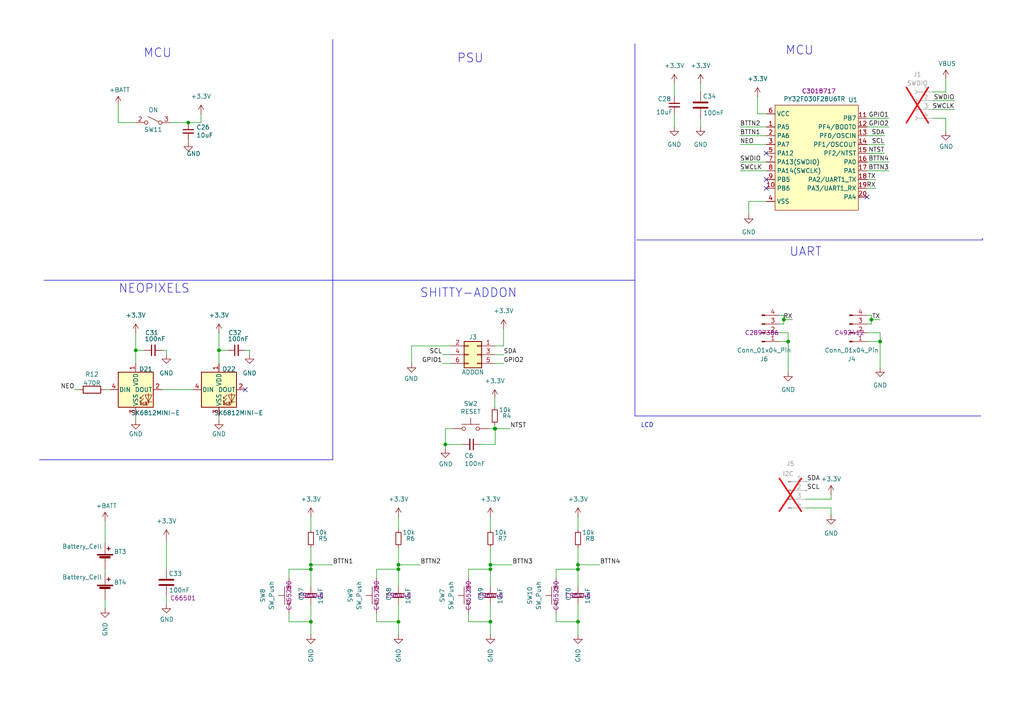
<source format=kicad_sch>
(kicad_sch (version 20250114) (generator "eeschema") (generator_version "9.0")
  (paper "A4")
  (title_block (title "Bsides cDMX 2025") (date "2025-06-02") (rev "1.0"))
  (lib_symbols
    (symbol "Battery_Cell_1" (pin_numbers (hide yes)) (pin_names (offset 0) (hide yes))
      (property "Reference" "BT4" (at 2.54 2.54 0))
      (property "Value" "Battery_Cell" (at -12.446 4.064 0))
      (symbol "Battery_Cell_1_0_1"
        (rectangle (start -2.286 1.778) (end 2.286 1.524) (fill (type outline)))
        (rectangle (start -1.5748 1.1938) (end 1.4732 0.6858) (fill (type outline)))
        (polyline (pts (xy 0 1.778) (xy 0 2.54)))
        (polyline (pts (xy 0 0.762) (xy 0 0)))
        (polyline (pts (xy 0.508 3.429) (xy 1.524 3.429)) (stroke (width 0.254)))
        (polyline (pts (xy 1.016 3.937) (xy 1.016 2.921)) (stroke (width 0.254)))
      )
      (symbol "Battery_Cell_1_1_1"
        (pin passive line (at 0 5.08 270) (length 2.54) (name "+") (number "1"))
        (pin passive line (at 0 -2.54 90) (length 2.54) (name "-") (number "2"))
      )
    )
    (symbol "Connector:Conn_01x04_Pin" (pin_names (offset 1.016) (hide yes))
      (property "Reference" "J" (at 0 5.08 0))
      (property "Value" "Conn_01x04_Pin" (at 0 -7.62 0))
      (symbol "Conn_01x04_Pin_1_1"
        (rectangle (start 0.8636 2.667) (end 0 2.413) (stroke (width 0.1524)) (fill (type outline)))
        (rectangle (start 0.8636 0.127) (end 0 -0.127) (stroke (width 0.1524)) (fill (type outline)))
        (rectangle (start 0.8636 -2.413) (end 0 -2.667) (stroke (width 0.1524)) (fill (type outline)))
        (rectangle (start 0.8636 -4.953) (end 0 -5.207) (stroke (width 0.1524)) (fill (type outline)))
        (polyline (pts (xy 1.27 2.54) (xy 0.8636 2.54)) (stroke (width 0.1524)))
        (polyline (pts (xy 1.27 0) (xy 0.8636 0)) (stroke (width 0.1524)))
        (polyline (pts (xy 1.27 -2.54) (xy 0.8636 -2.54)) (stroke (width 0.1524)))
        (polyline (pts (xy 1.27 -5.08) (xy 0.8636 -5.08)) (stroke (width 0.1524)))
        (pin passive line (at 5.08 2.54 180) (length 3.81) (name "Pin_1") (number "1"))
        (pin passive line (at 5.08 0 180) (length 3.81) (name "Pin_2") (number "2"))
        (pin passive line (at 5.08 -2.54 180) (length 3.81) (name "Pin_3") (number "3"))
        (pin passive line (at 5.08 -5.08 180) (length 3.81) (name "Pin_4") (number "4"))
      )
    )
    (symbol "Connector:Conn_01x04_Socket" (pin_names (offset 1.016) (hide yes))
      (property "Reference" "J" (at 0 5.08 0))
      (property "Value" "Conn_01x04_Socket" (at 0 -7.62 0))
      (symbol "Conn_01x04_Socket_1_1"
        (polyline (pts (xy -1.27 2.54) (xy -0.508 2.54)) (stroke (width 0.1524)))
        (polyline (pts (xy -1.27 0) (xy -0.508 0)) (stroke (width 0.1524)))
        (polyline (pts (xy -1.27 -2.54) (xy -0.508 -2.54)) (stroke (width 0.1524)))
        (polyline (pts (xy -1.27 -5.08) (xy -0.508 -5.08)) (stroke (width 0.1524)))
        (arc (start 0 2.032) (mid -0.5058 2.54) (end 0 3.048) (stroke (width 0.1524)))
        (arc (start 0 -0.508) (mid -0.5058 0) (end 0 0.508) (stroke (width 0.1524)))
        (arc (start 0 -3.048) (mid -0.5058 -2.54) (end 0 -2.032) (stroke (width 0.1524)))
        (arc (start 0 -5.588) (mid -0.5058 -5.08) (end 0 -4.572) (stroke (width 0.1524)))
        (pin passive line (at -5.08 2.54 0) (length 3.81) (name "Pin_1") (number "1"))
        (pin passive line (at -5.08 0 0) (length 3.81) (name "Pin_2") (number "2"))
        (pin passive line (at -5.08 -2.54 0) (length 3.81) (name "Pin_3") (number "3"))
        (pin passive line (at -5.08 -5.08 0) (length 3.81) (name "Pin_4") (number "4"))
      )
    )
    (symbol "Connector_Generic:Conn_02x03_Odd_Even" (pin_names (offset 1.016) (hide yes))
      (property "Reference" "J" (at 1.27 5.08 0))
      (property "Value" "Conn_02x03_Odd_Even" (at 1.27 -5.08 0))
      (symbol "Conn_02x03_Odd_Even_1_1"
        (rectangle (start -1.27 3.81) (end 3.81 -3.81) (stroke (width 0.254)) (fill (type background)))
        (rectangle (start -1.27 2.667) (end 0 2.413) (stroke (width 0.1524)))
        (rectangle (start -1.27 0.127) (end 0 -0.127) (stroke (width 0.1524)))
        (rectangle (start -1.27 -2.413) (end 0 -2.667) (stroke (width 0.1524)))
        (rectangle (start 3.81 2.667) (end 2.54 2.413) (stroke (width 0.1524)))
        (rectangle (start 3.81 0.127) (end 2.54 -0.127) (stroke (width 0.1524)))
        (rectangle (start 3.81 -2.413) (end 2.54 -2.667) (stroke (width 0.1524)))
        (pin passive line (at -5.08 2.54 0) (length 3.81) (name "Pin_1") (number "1"))
        (pin passive line (at -5.08 0 0) (length 3.81) (name "Pin_3") (number "3"))
        (pin passive line (at -5.08 -2.54 0) (length 3.81) (name "Pin_5") (number "5"))
        (pin passive line (at 7.62 2.54 180) (length 3.81) (name "Pin_2") (number "2"))
        (pin passive line (at 7.62 0 180) (length 3.81) (name "Pin_4") (number "4"))
        (pin passive line (at 7.62 -2.54 180) (length 3.81) (name "Pin_6") (number "6"))
      )
    )
    (symbol "Device:Battery_Cell" (pin_numbers (hide yes)) (pin_names (offset 0) (hide yes))
      (property "Reference" "BT3" (at 2.54 2.54 0))
      (property "Value" "Battery_Cell" (at -12.446 4.064 0))
      (symbol "Battery_Cell_0_1"
        (rectangle (start -2.286 1.778) (end 2.286 1.524) (fill (type outline)))
        (rectangle (start -1.5748 1.1938) (end 1.4732 0.6858) (fill (type outline)))
        (polyline (pts (xy 0 1.778) (xy 0 2.54)))
        (polyline (pts (xy 0 0.762) (xy 0 0)))
        (polyline (pts (xy 0.508 3.429) (xy 1.524 3.429)) (stroke (width 0.254)))
        (polyline (pts (xy 1.016 3.937) (xy 1.016 2.921)) (stroke (width 0.254)))
      )
      (symbol "Battery_Cell_1_1"
        (pin passive line (at 0 5.08 270) (length 2.54) (name "+") (number "1"))
        (pin passive line (at 0 -2.54 90) (length 2.54) (name "-") (number "2"))
      )
    )
    (symbol "Device:C" (pin_numbers (hide yes)) (pin_names (offset 0.254))
      (property "Reference" "C" (at 0.635 2.54 0))
      (property "Value" "C" (at 0.635 -2.54 0))
      (symbol "C_0_1"
        (polyline (pts (xy -2.032 0.762) (xy 2.032 0.762)) (stroke (width 0.508)))
        (polyline (pts (xy -2.032 -0.762) (xy 2.032 -0.762)) (stroke (width 0.508)))
      )
      (symbol "C_1_1"
        (pin passive line (at 0 3.81 270) (length 2.794) (name "~") (number "1"))
        (pin passive line (at 0 -3.81 90) (length 2.794) (name "~") (number "2"))
      )
    )
    (symbol "Device:C_Small" (pin_numbers (hide yes)) (pin_names (offset 0.254) (hide yes))
      (property "Reference" "C" (at 0.254 1.778 0))
      (property "Value" "C_Small" (at 0.254 -2.032 0))
      (symbol "C_Small_0_1"
        (polyline (pts (xy -1.524 0.508) (xy 1.524 0.508)) (stroke (width 0.3048)))
        (polyline (pts (xy -1.524 -0.508) (xy 1.524 -0.508)) (stroke (width 0.3302)))
      )
      (symbol "C_Small_1_1"
        (pin passive line (at 0 2.54 270) (length 2.032) (name "~") (number "1"))
        (pin passive line (at 0 -2.54 90) (length 2.032) (name "~") (number "2"))
      )
    )
    (symbol "Device:R" (pin_numbers (hide yes)) (pin_names (offset 0))
      (property "Reference" "R" (at 2.032 0 90))
      (property "Value" "R" (at 0 0 90))
      (symbol "R_0_1"
        (rectangle (start -1.016 -2.54) (end 1.016 2.54) (stroke (width 0.254)))
      )
      (symbol "R_1_1"
        (pin passive line (at 0 3.81 270) (length 1.27) (name "~") (number "1"))
        (pin passive line (at 0 -3.81 90) (length 1.27) (name "~") (number "2"))
      )
    )
    (symbol "Device:R_Small" (pin_numbers (hide yes)) (pin_names (offset 0.254) (hide yes))
      (property "Reference" "R" (at 0.762 0.508 0))
      (property "Value" "R_Small" (at 0.762 -1.016 0))
      (symbol "R_Small_0_1"
        (rectangle (start -0.762 1.778) (end 0.762 -1.778) (stroke (width 0.2032)))
      )
      (symbol "R_Small_1_1"
        (pin passive line (at 0 2.54 270) (length 0.762) (name "~") (number "1"))
        (pin passive line (at 0 -2.54 90) (length 0.762) (name "~") (number "2"))
      )
    )
    (symbol "GND_11" (power) (pin_names (offset 0))
      (property "Value" "GND_11" (at 0 -3.81 0))
      (symbol "GND_11_0_1"
        (polyline (pts (xy 0 0) (xy 0 -1.27) (xy 1.27 -1.27) (xy 0 -2.54) (xy -1.27 -1.27) (xy 0 -1.27)))
      )
      (symbol "GND_11_1_1"
        (pin power_in line (at 0 0 270) (length 0) (hide yes) (name "GND") (number "1"))
      )
    )
    (symbol "GND_16" (power) (pin_names (offset 0))
      (property "Value" "GND_16" (at 0 -3.81 0))
      (symbol "GND_16_0_1"
        (polyline (pts (xy 0 0) (xy 0 -1.27) (xy 1.27 -1.27) (xy 0 -2.54) (xy -1.27 -1.27) (xy 0 -1.27)))
      )
      (symbol "GND_16_1_1"
        (pin power_in line (at 0 0 270) (length 0) (hide yes) (name "GND") (number "1"))
      )
    )
    (symbol "LED:WS2812B" (pin_names (offset 0.254))
      (property "Reference" "D" (at 5.08 5.715 0))
      (property "Value" "WS2812B" (at 1.27 -5.715 0))
      (symbol "WS2812B_0_0"
        (text "RGB" (at 2.286 -4.191 0) (effects (font (size 0.762 0.762))))
      )
      (symbol "WS2812B_0_1"
        (polyline (pts (xy 1.27 -2.54) (xy 1.778 -2.54)))
        (polyline (pts (xy 1.27 -3.556) (xy 1.778 -3.556)))
        (polyline (pts (xy 2.286 -1.524) (xy 1.27 -2.54) (xy 1.27 -2.032)))
        (polyline (pts (xy 2.286 -2.54) (xy 1.27 -3.556) (xy 1.27 -3.048)))
        (polyline (pts (xy 3.683 -1.016) (xy 3.683 -3.556) (xy 3.683 -4.064)))
        (polyline (pts (xy 4.699 -1.524) (xy 2.667 -1.524) (xy 3.683 -3.556) (xy 4.699 -1.524)))
        (polyline (pts (xy 4.699 -3.556) (xy 2.667 -3.556)))
        (rectangle (start 5.08 5.08) (end -5.08 -5.08) (stroke (width 0.254)) (fill (type background)))
      )
      (symbol "WS2812B_1_1"
        (pin input line (at -7.62 0 0) (length 2.54) (name "DIN") (number "4"))
        (pin power_in line (at 0 7.62 270) (length 2.54) (name "VDD") (number "1"))
        (pin power_in line (at 0 -7.62 90) (length 2.54) (name "VSS") (number "3"))
        (pin output line (at 7.62 0 180) (length 2.54) (name "DOUT") (number "2"))
      )
    )
    (symbol "Switch:SW_Push" (pin_numbers (hide yes)) (pin_names (offset 1.016) (hide yes))
      (property "Reference" "SW" (at 1.27 2.54 0))
      (property "Value" "SW_Push" (at 0 -1.524 0))
      (symbol "SW_Push_0_1"
        (circle (center -2.032 0) (radius 0.508))
        (polyline (pts (xy 0 1.27) (xy 0 3.048)))
        (circle (center 2.032 0) (radius 0.508))
        (polyline (pts (xy 2.54 1.27) (xy -2.54 1.27)))
        (pin passive line (at -5.08 0 0) (length 2.54) (name "1") (number "1"))
        (pin passive line (at 5.08 0 180) (length 2.54) (name "2") (number "2"))
      )
    )
    (symbol "Switch:SW_SPST" (pin_names (offset 0) (hide yes))
      (property "Reference" "SW1" (at 0 -2.032 0))
      (property "Value" "ON" (at 0 3.6576 0))
      (symbol "SW_SPST_0_0"
        (circle (center -2.032 0) (radius 0.508))
        (polyline (pts (xy -1.524 0.254) (xy 1.524 1.778)))
        (circle (center 2.032 0) (radius 0.508))
      )
      (symbol "SW_SPST_1_1"
        (pin passive line (at -5.08 0 0) (length 2.54) (name "A") (number "3"))
        (pin passive line (at 5.08 0 180) (length 2.54) (name "B") (number "2"))
      )
    )
    (symbol "Symbols:PY32F030F2xU"
      (property "Reference" "U1" (at 9.906 16.764 0))
      (property "Value" "PY32F030F28U6TR" (at -1.27 17.018 0))
      (property "LCSC#" "C3018717" (at 0 19.304 0))
      (symbol "PY32F030F2xU_1_1"
        (rectangle (start -12.7 15.24) (end 11.43 -15.24) (fill (type background)))
        (pin bidirectional line (at -15.24 12.7 0) (length 2.54) (name "VCC") (number "6"))
        (pin bidirectional line (at -15.24 8.89 0) (length 2.54) (name "PA5") (number "1"))
        (pin bidirectional line (at -15.24 6.35 0) (length 2.54) (name "PA6") (number "2"))
        (pin bidirectional line (at -15.24 3.81 0) (length 2.54) (name "PA7") (number "3"))
        (pin bidirectional line (at -15.24 1.27 0) (length 2.54) (name "PA12") (number "5"))
        (pin bidirectional line (at -15.24 -1.27 0) (length 2.54) (name "PA13(SWDIO)") (number "7"))
        (pin bidirectional line (at -15.24 -3.81 0) (length 2.54) (name "PA14(SWCLK)") (number "8"))
        (pin bidirectional line (at -15.24 -6.35 0) (length 2.54) (name "PB5") (number "9"))
        (pin bidirectional line (at -15.24 -8.89 0) (length 2.54) (name "PB6") (number "10"))
        (pin bidirectional line (at -15.24 -12.7 0) (length 2.54) (hide yes) (name "VSS") (number "21"))
        (pin bidirectional line (at -15.24 -12.7 0) (length 2.54) (name "VSS") (number "4"))
        (pin bidirectional line (at 13.97 11.43 180) (length 2.54) (name "PB7") (number "11"))
        (pin bidirectional line (at 13.97 8.89 180) (length 2.54) (name "PF4/BOOT0") (number "12"))
        (pin bidirectional line (at 13.97 6.35 180) (length 2.54) (name "PF0/OSCIN") (number "13"))
        (pin bidirectional line (at 13.97 3.81 180) (length 2.54) (name "PF1/OSCOUT") (number "14"))
        (pin bidirectional line (at 13.97 1.27 180) (length 2.54) (name "PF2/NTST") (number "15"))
        (pin bidirectional line (at 13.97 -1.27 180) (length 2.54) (name "PA0") (number "16"))
        (pin bidirectional line (at 13.97 -3.81 180) (length 2.54) (name "PA1") (number "17"))
        (pin bidirectional line (at 13.97 -6.35 180) (length 2.54) (name "PA2/UART1_TX") (number "18"))
        (pin bidirectional line (at 13.97 -8.89 180) (length 2.54) (name "PA3/UART1_RX") (number "19"))
        (pin bidirectional line (at 13.97 -11.43 180) (length 2.54) (name "PA4") (number "20"))
      )
    )
    (symbol "power:+3.3V" (power) (pin_numbers (hide yes)) (pin_names (offset 0) (hide yes))
      (property "Value" "+3.3V" (at 0 3.556 0))
      (symbol "+3.3V_0_1"
        (polyline (pts (xy -0.762 1.27) (xy 0 2.54)))
        (polyline (pts (xy 0 2.54) (xy 0.762 1.27)))
        (polyline (pts (xy 0 0) (xy 0 2.54)))
      )
      (symbol "+3.3V_1_1"
        (pin power_in line (at 0 0 90) (length 0) (name "~") (number "1"))
      )
    )
    (symbol "power:+BATT" (power) (pin_names (offset 0))
      (property "Value" "+BATT" (at 0 3.556 0))
      (symbol "+BATT_0_1"
        (polyline (pts (xy -0.762 1.27) (xy 0 2.54)))
        (polyline (pts (xy 0 2.54) (xy 0.762 1.27)))
        (polyline (pts (xy 0 0) (xy 0 2.54)))
      )
      (symbol "+BATT_1_1"
        (pin power_in line (at 0 0 90) (length 0) (hide yes) (name "+BATT") (number "1"))
      )
    )
    (symbol "power:GND" (power) (pin_numbers (hide yes)) (pin_names (offset 0) (hide yes))
      (property "Value" "GND" (at 0 -3.81 0))
      (symbol "GND_0_1"
        (polyline (pts (xy 0 0) (xy 0 -1.27) (xy 1.27 -1.27) (xy 0 -2.54) (xy -1.27 -1.27) (xy 0 -1.27)))
      )
      (symbol "GND_1_1"
        (pin power_in line (at 0 0 270) (length 0) (name "~") (number "1"))
      )
    )
    (symbol "power:VBUS" (power) (pin_names (offset 0))
      (property "Value" "VBUS" (at 0 3.81 0))
      (symbol "VBUS_0_1"
        (polyline (pts (xy -0.762 1.27) (xy 0 2.54)))
        (polyline (pts (xy 0 2.54) (xy 0.762 1.27)))
        (polyline (pts (xy 0 0) (xy 0 2.54)))
      )
      (symbol "VBUS_1_1"
        (pin power_in line (at 0 0 90) (length 0) (hide yes) (name "VBUS") (number "1"))
      )
    )
  )
  (text "LCD\n" (at 187.706 123.444 0) (effects (font (size 1.27 1.27))))
  (text "SHITTY-ADDON" (at 135.89 85.09 0) (effects (font (size 2.54 2.54))))
  (text "MCU" (at 45.72 15.494 0) (effects (font (size 2.54 2.54))))
  (text "UART\n" (at 233.68 73.152 0) (effects (font (size 2.54 2.54))))
  (text "PSU\n" (at 136.398 17.018 0) (effects (font (size 2.54 2.54))))
  (text "NEOPIXELS\n" (at 44.704 83.82 0) (effects (font (size 2.54 2.54))))
  (text "MCU" (at 231.902 14.732 0) (effects (font (size 2.54 2.54))))
  (junction (at 252.73 92.71))
  (junction (at 143.51 124.333))
  (junction (at 142.24 180.34))
  (junction (at 90.17 180.34))
  (junction (at 142.24 163.83))
  (junction (at 167.64 163.83))
  (junction (at 90.17 163.83))
  (junction (at 167.64 165.1))
  (junction (at 228.6 99.06))
  (junction (at 115.57 163.83))
  (junction (at 142.24 165.1))
  (junction (at 167.64 180.34))
  (junction (at 255.27 99.06))
  (junction (at 115.57 165.1))
  (junction (at 115.57 180.34))
  (junction (at 54.61 35.56))
  (junction (at 143.6374 124.333))
  (junction (at 90.17 165.1))
  (junction (at 63.5 101.6))
  (junction (at 129.159 128.905))
  (junction (at 39.37 101.6))
  (junction (at 227.33 92.71))
  (no_connect (at 222.25 44.45))
  (no_connect (at 71.12 113.03))
  (no_connect (at 251.46 57.15))
  (no_connect (at 222.25 54.61))
  (no_connect (at 222.25 52.07))
  (wire (pts (xy 274.32 22.86) (xy 274.32 26.67)))
  (wire (pts (xy 252.73 92.71) (xy 252.73 91.44)))
  (wire (pts (xy 251.46 52.07) (xy 254 52.07)))
  (wire (pts (xy 90.17 149.86) (xy 90.17 153.67)))
  (wire (pts (xy 161.29 165.1) (xy 167.64 165.1)))
  (wire (pts (xy 135.89 165.1) (xy 142.24 165.1)))
  (wire (pts (xy 139.319 128.905) (xy 143.6374 128.905)))
  (wire (pts (xy 251.46 46.99) (xy 257.81 46.99)))
  (wire (pts (xy 233.68 139.7) (xy 234.061 139.7)))
  (wire (pts (xy 128.27 102.87) (xy 130.81 102.87)))
  (polyline (pts (xy 184.15 12.7) (xy 184.15 81.28)))
  (wire (pts (xy 226.06 91.44) (xy 227.33 91.44)))
  (wire (pts (xy 167.64 165.1) (xy 167.64 170.18)))
  (wire (pts (xy 135.89 177.8) (xy 135.89 180.34)))
  (wire (pts (xy 46.99 101.6) (xy 48.26 101.6)))
  (wire (pts (xy 214.63 41.91) (xy 222.25 41.91)))
  (wire (pts (xy 214.63 49.53) (xy 222.25 49.53)))
  (wire (pts (xy 252.73 91.44) (xy 251.46 91.44)))
  (wire (pts (xy 131.445 124.333) (xy 129.159 124.333)))
  (wire (pts (xy 90.17 163.83) (xy 96.52 163.83)))
  (wire (pts (xy 63.5 96.52) (xy 63.5 101.6)))
  (wire (pts (xy 227.33 93.98) (xy 227.33 92.71)))
  (wire (pts (xy 255.27 99.06) (xy 255.27 106.68)))
  (wire (pts (xy 167.64 163.83) (xy 173.99 163.83)))
  (wire (pts (xy 39.37 101.6) (xy 41.91 101.6)))
  (wire (pts (xy 115.57 163.83) (xy 115.57 165.1)))
  (wire (pts (xy 161.29 177.8) (xy 161.29 180.34)))
  (wire (pts (xy 226.06 93.98) (xy 227.33 93.98)))
  (wire (pts (xy 115.57 165.1) (xy 115.57 170.18)))
  (polyline (pts (xy 95.25 81.28) (xy 184.15 81.28)))
  (wire (pts (xy 241.046 147.32) (xy 233.68 147.32)))
  (wire (pts (xy 48.26 156.21) (xy 48.26 165.1)))
  (wire (pts (xy 109.22 180.34) (xy 115.57 180.34)))
  (wire (pts (xy 48.26 101.6) (xy 48.26 102.87)))
  (wire (pts (xy 255.27 96.52) (xy 255.27 99.06)))
  (wire (pts (xy 119.38 100.33) (xy 130.81 100.33)))
  (wire (pts (xy 54.61 35.56) (xy 58.293 35.56)))
  (wire (pts (xy 203.2 24.13) (xy 203.2 26.67)))
  (wire (pts (xy 128.27 105.41) (xy 130.81 105.41)))
  (polyline (pts (xy 12.7 81.28) (xy 96.52 81.28)))
  (wire (pts (xy 115.57 158.75) (xy 115.57 163.83)))
  (wire (pts (xy 58.293 33.02) (xy 58.293 35.56)))
  (wire (pts (xy 90.17 180.34) (xy 90.17 184.15)))
  (polyline (pts (xy 184.658 69.596) (xy 284.988 69.596)))
  (wire (pts (xy 251.46 99.06) (xy 255.27 99.06)))
  (wire (pts (xy 251.46 44.45) (xy 256.54 44.45)))
  (wire (pts (xy 30.48 151.13) (xy 30.48 157.48)))
  (polyline (pts (xy 96.52 133.35) (xy 96.52 81.28)))
  (wire (pts (xy 161.29 180.34) (xy 167.64 180.34)))
  (wire (pts (xy 251.46 36.83) (xy 257.81 36.83)))
  (wire (pts (xy 115.57 175.26) (xy 115.57 180.34)))
  (wire (pts (xy 142.24 163.83) (xy 142.24 165.1)))
  (wire (pts (xy 39.37 96.52) (xy 39.37 101.6)))
  (wire (pts (xy 71.12 101.6) (xy 72.39 101.6)))
  (wire (pts (xy 49.53 35.56) (xy 54.61 35.56)))
  (wire (pts (xy 270.51 31.75) (xy 276.86 31.75)))
  (wire (pts (xy 228.6 96.52) (xy 228.6 99.06)))
  (wire (pts (xy 222.25 33.02) (xy 219.71 33.02)))
  (wire (pts (xy 83.82 180.34) (xy 90.17 180.34)))
  (wire (pts (xy 129.159 124.333) (xy 129.159 128.905)))
  (wire (pts (xy 241.046 144.78) (xy 233.68 144.78)))
  (wire (pts (xy 274.32 26.67) (xy 270.51 26.67)))
  (wire (pts (xy 83.82 165.1) (xy 90.17 165.1)))
  (wire (pts (xy 251.46 39.37) (xy 256.54 39.37)))
  (wire (pts (xy 142.24 163.83) (xy 148.59 163.83)))
  (wire (pts (xy 46.99 113.03) (xy 55.88 113.03)))
  (wire (pts (xy 83.82 177.8) (xy 83.82 180.34)))
  (wire (pts (xy 228.6 96.52) (xy 226.06 96.52)))
  (wire (pts (xy 72.39 101.6) (xy 72.39 102.87)))
  (wire (pts (xy 30.48 166.37) (xy 30.48 165.1)))
  (wire (pts (xy 143.51 100.33) (xy 146.05 100.33)))
  (wire (pts (xy 39.37 121.92) (xy 39.37 120.65)))
  (wire (pts (xy 146.05 102.87) (xy 143.51 102.87)))
  (polyline (pts (xy 284.988 69.088) (xy 284.988 69.596)))
  (wire (pts (xy 90.17 165.1) (xy 90.17 170.18)))
  (wire (pts (xy 129.159 128.905) (xy 129.159 130.175)))
  (wire (pts (xy 195.58 24.13) (xy 195.58 27.94)))
  (wire (pts (xy 63.5 101.6) (xy 63.5 105.41)))
  (wire (pts (xy 143.51 123.19) (xy 143.51 124.333)))
  (wire (pts (xy 274.32 34.29) (xy 270.51 34.29)))
  (wire (pts (xy 143.51 115.57) (xy 143.51 118.11)))
  (wire (pts (xy 167.64 163.83) (xy 167.64 165.1)))
  (wire (pts (xy 54.61 40.64) (xy 54.61 41.275)))
  (wire (pts (xy 90.17 175.26) (xy 90.17 180.34)))
  (wire (pts (xy 109.22 177.8) (xy 109.22 180.34)))
  (polyline (pts (xy 184.15 81.28) (xy 184.15 120.65)))
  (wire (pts (xy 109.22 165.1) (xy 109.22 167.64)))
  (wire (pts (xy 252.73 92.71) (xy 252.73 93.98)))
  (wire (pts (xy 228.6 99.06) (xy 228.6 107.95)))
  (wire (pts (xy 227.33 91.44) (xy 227.33 92.71)))
  (wire (pts (xy 146.05 100.33) (xy 146.05 95.25)))
  (wire (pts (xy 251.46 41.91) (xy 256.54 41.91)))
  (wire (pts (xy 129.159 128.905) (xy 134.239 128.905)))
  (wire (pts (xy 143.51 105.41) (xy 146.05 105.41)))
  (wire (pts (xy 219.71 33.02) (xy 219.71 27.94)))
  (wire (pts (xy 142.24 180.34) (xy 142.24 184.15)))
  (wire (pts (xy 30.48 113.03) (xy 31.75 113.03)))
  (wire (pts (xy 30.48 173.99) (xy 30.48 176.53)))
  (wire (pts (xy 142.24 165.1) (xy 142.24 170.18)))
  (wire (pts (xy 39.37 101.6) (xy 39.37 105.41)))
  (wire (pts (xy 48.26 172.72) (xy 48.26 175.26)))
  (wire (pts (xy 251.46 49.53) (xy 257.81 49.53)))
  (wire (pts (xy 21.59 113.03) (xy 22.86 113.03)))
  (wire (pts (xy 167.64 149.86) (xy 167.64 153.67)))
  (wire (pts (xy 270.51 29.21) (xy 276.86 29.21)))
  (wire (pts (xy 227.33 92.71) (xy 229.87 92.71)))
  (wire (pts (xy 143.6374 124.333) (xy 147.955 124.333)))
  (wire (pts (xy 274.32 38.1) (xy 274.32 34.29)))
  (wire (pts (xy 142.24 149.86) (xy 142.24 153.67)))
  (wire (pts (xy 195.58 33.02) (xy 195.58 36.83)))
  (polyline (pts (xy 184.15 120.65) (xy 284.48 120.65)))
  (wire (pts (xy 115.57 149.86) (xy 115.57 153.67)))
  (wire (pts (xy 143.6374 128.905) (xy 143.6374 124.333)))
  (wire (pts (xy 241.046 143.383) (xy 241.046 144.78)))
  (wire (pts (xy 217.17 62.23) (xy 217.17 58.42)))
  (wire (pts (xy 83.82 165.1) (xy 83.82 167.64)))
  (wire (pts (xy 115.57 163.83) (xy 121.92 163.83)))
  (wire (pts (xy 142.24 175.26) (xy 142.24 180.34)))
  (wire (pts (xy 115.57 180.34) (xy 115.57 184.15)))
  (wire (pts (xy 143.51 124.333) (xy 143.6374 124.333)))
  (wire (pts (xy 119.38 100.33) (xy 119.38 105.41)))
  (polyline (pts (xy 96.52 11.43) (xy 96.52 81.28)))
  (wire (pts (xy 214.63 36.83) (xy 222.25 36.83)))
  (polyline (pts (xy 11.43 133.35) (xy 96.52 133.35)))
  (wire (pts (xy 142.24 158.75) (xy 142.24 163.83)))
  (wire (pts (xy 90.17 158.75) (xy 90.17 163.83)))
  (wire (pts (xy 34.29 35.56) (xy 39.37 35.56)))
  (wire (pts (xy 255.27 92.71) (xy 252.73 92.71)))
  (wire (pts (xy 141.605 124.333) (xy 143.51 124.333)))
  (wire (pts (xy 161.29 165.1) (xy 161.29 167.64)))
  (wire (pts (xy 63.5 121.92) (xy 63.5 120.65)))
  (wire (pts (xy 90.17 163.83) (xy 90.17 165.1)))
  (wire (pts (xy 34.29 30.48) (xy 34.29 35.56)))
  (wire (pts (xy 255.27 96.52) (xy 251.46 96.52)))
  (wire (pts (xy 167.64 158.75) (xy 167.64 163.83)))
  (wire (pts (xy 203.2 34.29) (xy 203.2 36.83)))
  (wire (pts (xy 214.63 39.37) (xy 222.25 39.37)))
  (wire (pts (xy 217.17 58.42) (xy 222.25 58.42)))
  (wire (pts (xy 109.22 165.1) (xy 115.57 165.1)))
  (wire (pts (xy 226.06 99.06) (xy 228.6 99.06)))
  (wire (pts (xy 135.89 180.34) (xy 142.24 180.34)))
  (wire (pts (xy 167.64 180.34) (xy 167.64 184.15)))
  (wire (pts (xy 251.46 93.98) (xy 252.73 93.98)))
  (wire (pts (xy 251.46 34.29) (xy 257.81 34.29)))
  (wire (pts (xy 63.5 101.6) (xy 66.04 101.6)))
  (wire (pts (xy 167.64 175.26) (xy 167.64 180.34)))
  (wire (pts (xy 251.46 54.61) (xy 254 54.61)))
  (wire (pts (xy 135.89 165.1) (xy 135.89 167.64)))
  (wire (pts (xy 241.046 149.479) (xy 241.046 147.32)))
  (wire (pts (xy 214.63 46.99) (xy 222.25 46.99)))
  (wire (pts (xy 233.68 142.24) (xy 234.061 142.24)))
  (label "SWDIO" (at 214.63 46.99 0))
  (label "NEO" (at 21.59 113.03 180))
  (label "BTTN1" (at 96.52 163.83 0))
  (label "SWCLK" (at 214.63 49.53 0))
  (label "GPIO1" (at 257.81 34.29 180))
  (label "GPIO1" (at 128.27 105.41 180))
  (label "SDA" (at 234.061 139.7 0))
  (label "NEO" (at 214.63 41.91 0))
  (label "GPIO2" (at 257.81 36.83 180))
  (label "SDA" (at 256.54 39.37 180))
  (label "GPIO2" (at 146.05 105.41 0))
  (label "TX" (at 255.27 92.71 180))
  (label "BTTN4" (at 173.99 163.83 0))
  (label "NTST" (at 256.54 44.45 180))
  (label "SWDIO" (at 276.86 29.21 180))
  (label "SDA" (at 146.05 102.87 0))
  (label "BTTN1" (at 214.63 39.37 0))
  (label "BTTN2" (at 214.63 36.83 0))
  (label "BTTN4" (at 257.81 46.99 180))
  (label "TX" (at 254 52.07 180))
  (label "BTTN3" (at 257.81 49.53 180))
  (label "BTTN3" (at 148.59 163.83 0))
  (label "BTTN2" (at 121.92 163.83 0))
  (label "NTST" (at 147.955 124.333 0))
  (label "SCL" (at 128.27 102.87 180))
  (label "SWCLK" (at 276.86 31.75 180))
  (label "SCL" (at 256.54 41.91 180))
  (label "RX" (at 229.87 92.71 180))
  (label "RX" (at 254 54.61 180))
  (label "SCL" (at 234.061 142.24 0))
  (symbol (lib_id "power:+3.3V") (at 90.17 149.86 0) (unit 1)
    (property "Reference" "#PWR023" (effects (hide yes)))
    (property "Value" "+3.3V" (at 90.17 144.78 0))
    (property "Description" "Power symbol creates a global label with name \"+3.3V\"" (effects (hide yes)))
  )
  (symbol (lib_id "Symbols:PY32F030F2xU") (at 237.49 45.72 0) (unit 1)
    (property "Reference" "U1" (at 247.396 28.956 0))
    (property "Value" "PY32F030F28U6TR" (at 236.22 28.702 0))
    (property "Footprint" "Package_DFN_QFN:QFN-20-1EP_3x3mm_P0.4mm_EP1.65x1.65mm_ThermalVias" (effects (hide yes)))
    (property "LCSC#" "C3018717" (at 237.49 26.416 0))
  )
  (symbol (lib_id "Switch:SW_SPST") (at 44.45 35.56 0) (mirror y) (unit 1)
    (property "Reference" "SW11" (at 44.45 37.592 0))
    (property "Value" "ON" (at 44.45 31.9024 0))
    (property "Footprint" "Footprints:JS102011SAQN" (effects (hide yes)))
    (property "LCSC#" "C221660" (effects (hide yes)))
  )
  (symbol (lib_id "Connector:Conn_01x04_Pin") (at 246.38 96.52 0) (mirror x) (unit 1)
    (property "Reference" "J4" (at 247.015 104.14 0))
    (property "Value" "Conn_01x04_Pin" (at 247.015 101.6 0))
    (property "Footprint" "Connector_PinHeader_2.54mm:PinHeader_1x04_P2.54mm_Horizontal" (effects (hide yes)))
    (property "Description" "Generic connector, single row, 01x04, script generated" (effects (hide yes)))
    (property "LCSC#" "C492412" (at 246.38 96.52 0))
  )
  (symbol (lib_id "power:GND") (at 142.24 184.15 0) (unit 1)
    (property "Reference" "#PWR015" (effects (hide yes)))
    (property "Value" "GND" (at 142.24 188.087 90) (effects (justify right)))
  )
  (symbol (lib_id "Device:C_Small") (at 68.58 101.6 90) (unit 1)
    (property "Reference" "C32" (at 70.104 96.52 90) (effects (justify left)))
    (property "Value" "100nF" (at 72.136 98.298 90) (effects (justify left)))
    (property "Footprint" "Capacitor_SMD:C_0603_1608Metric" (effects (hide yes)))
    (property "Datasheet" "~https://datasheet.lcsc.com/lcsc/1811021421_Samsung-Electro-Mechanics-CL10A106MP8NNNC_C85713.pdf" (effects (hide yes)))
    (property "provedor" "LCSC" (effects (hide yes)))
    (property "LCSC#" "C66501" (effects (hide yes)))
  )
  (symbol (lib_name "GND_11") (lib_id "power:GND") (at 39.37 121.92 0) (unit 1)
    (property "Reference" "#PWR056" (effects (hide yes)))
    (property "Value" "GND" (at 39.37 125.857 0))
  )
  (symbol (lib_id "Device:C_Small") (at 195.58 30.48 0) (unit 1)
    (property "Reference" "C28" (at 190.754 28.702 0) (effects (justify left)))
    (property "Value" "10uF" (at 190.246 32.512 0) (effects (justify left)))
    (property "Footprint" "Capacitor_SMD:C_0603_1608Metric" (effects (hide yes)))
    (property "LCSC#" "C96446" (effects (hide yes)))
  )
  (symbol (lib_id "power:GND") (at 203.2 36.83 0) (unit 1)
    (property "Reference" "#PWR05" (effects (hide yes)))
    (property "Value" "GND" (at 203.2 41.91 0))
    (property "Description" "Power symbol creates a global label with name \"GND\" , ground" (effects (hide yes)))
  )
  (symbol (lib_id "power:GND") (at 274.32 38.1 0) (unit 1)
    (property "Reference" "#PWR053" (effects (hide yes)))
    (property "Value" "GND" (at 274.447 42.4942 0))
  )
  (symbol (lib_id "power:GND") (at 90.17 184.15 0) (unit 1)
    (property "Reference" "#PWR013" (effects (hide yes)))
    (property "Value" "GND" (at 90.17 188.087 90) (effects (justify right)))
  )
  (symbol (lib_id "power:+3.3V") (at 219.71 27.94 0) (unit 1)
    (property "Reference" "#PWR01" (effects (hide yes)))
    (property "Value" "+3.3V" (at 219.71 22.86 0))
    (property "Description" "Power symbol creates a global label with name \"+3.3V\"" (effects (hide yes)))
  )
  (symbol (lib_id "Connector_Generic:Conn_02x03_Odd_Even") (at 138.43 102.87 0) (mirror y) (unit 1)
    (property "Reference" "J3" (at 137.16 97.79 0))
    (property "Value" "ADDON" (at 137.16 107.95 0))
    (property "Footprint" "Connector_PinSocket_2.54mm:PinSocket_2x03_P2.54mm_Vertical_SMD" (effects (hide yes)))
    (property "LCSC#" "C3975148" (effects (hide yes)))
    (property "provedor" "JLCPCB" (effects (hide yes)))
  )
  (symbol (lib_id "Connector:Conn_01x04_Pin") (at 228.6 142.24 0) (unit 1) (dnp yes)
    (property "Reference" "J5" (at 229.235 134.493 0))
    (property "Value" "I2C" (at 228.6 137.414 0))
    (property "Footprint" "Connector_PinSocket_2.54mm:PinSocket_1x04_P2.54mm_Vertical" (effects (hide yes)))
    (property "manf#" "Display OLED 128×32 0.91 I2C SSD1306 Blanco / Azul" (effects (hide yes)))
    (property "Proveedor" "Unit Electronics" (effects (hide yes)))
  )
  (symbol (lib_id "power:+3.3V") (at 39.37 96.52 0) (unit 1)
    (property "Reference" "#PWR036" (effects (hide yes)))
    (property "Value" "+3.3V" (at 39.37 91.44 0))
    (property "Description" "Power symbol creates a global label with name \"+3.3V\"" (effects (hide yes)))
  )
  (symbol (lib_id "Device:R_Small") (at 167.64 156.21 180) (unit 1)
    (property "Reference" "R8" (at 172.466 156.21 0) (effects (justify left)))
    (property "Value" "10k" (at 172.466 154.432 0) (effects (justify left)))
    (property "Footprint" "Resistor_SMD:R_0603_1608Metric" (effects (hide yes)))
    (property "Datasheet" "https://datasheet.lcsc.com/lcsc/1811081617_YAGEO-RC0603JR-0710KL_C99198.pdf" (effects (hide yes)))
    (property "LCSC#" "C99198" (effects (hide yes)))
    (property "provedor" "JLCPCB" (effects (hide yes)))
  )
  (symbol (lib_id "LED:WS2812B") (at 39.37 113.03 0) (unit 1)
    (property "Reference" "D21" (at 42.291 107.061 0))
    (property "Value" "SK6812MINI-E" (at 45.085 119.761 0))
    (property "Footprint" "Footprints:LED_SK6812-E" (effects (hide yes)))
    (property "LCSC#" "C5149201" (effects (hide yes)))
    (property "Proveedor" "LCSC" (effects (hide yes)))
    (property "manf#" "WS2812B-Mini" (effects (hide yes)))
    (property "provedor" "LCSC" (effects (hide yes)))
  )
  (symbol (lib_id "Switch:SW_Push") (at 161.29 172.72 90) (unit 1)
    (property "Reference" "SW10" (at 153.67 172.72 0))
    (property "Value" "SW_Push" (at 156.21 172.72 0))
    (property "Footprint" "Footprints:TS1088R02026" (effects (hide yes)))
    (property "Description" "Push button switch, generic, two pins" (effects (hide yes)))
    (property "LCSC#" "C455280" (at 161.29 172.72 0))
  )
  (symbol (lib_id "power:+3.3V") (at 203.2 24.13 0) (unit 1)
    (property "Reference" "#PWR03" (effects (hide yes)))
    (property "Value" "+3.3V" (at 203.2 19.05 0))
    (property "Description" "Power symbol creates a global label with name \"+3.3V\"" (effects (hide yes)))
  )
  (symbol (lib_id "power:+BATT") (at 30.48 151.13 0) (unit 1)
    (property "Reference" "#PWR034" (effects (hide yes)))
    (property "Value" "+BATT" (at 30.861 146.7358 0))
  )
  (symbol (lib_id "Device:C_Small") (at 54.61 38.1 0) (unit 1)
    (property "Reference" "C26" (at 56.9468 36.9316 0) (effects (justify left)))
    (property "Value" "10uF" (at 56.9468 39.243 0) (effects (justify left)))
    (property "Footprint" "Capacitor_SMD:C_0603_1608Metric" (effects (hide yes)))
    (property "LCSC#" "C96446" (effects (hide yes)))
  )
  (symbol (lib_id "Connector:Conn_01x04_Socket") (at 265.43 29.21 0) (mirror y) (unit 1) (dnp yes)
    (property "Reference" "J1" (at 266.065 21.59 0))
    (property "Value" "SWDIO" (at 266.065 24.13 0))
    (property "Footprint" "Connector_PinHeader_2.54mm:PinHeader_1x04_P2.54mm_Vertical" (effects (hide yes)))
    (property "Description" "Generic connector, single row, 01x04, script generated" (effects (hide yes)))
  )
  (symbol (lib_name "GND_11") (lib_id "power:GND") (at 63.5 121.92 0) (unit 1)
    (property "Reference" "#PWR039" (effects (hide yes)))
    (property "Value" "GND" (at 63.5 125.857 0))
  )
  (symbol (lib_id "power:GND") (at 48.26 175.26 0) (unit 1)
    (property "Reference" "#PWR052" (effects (hide yes)))
    (property "Value" "GND" (at 48.387 179.6542 0))
  )
  (symbol (lib_id "Device:C_Small") (at 115.57 172.72 0) (unit 1)
    (property "Reference" "C68" (at 112.776 174.244 90) (effects (justify left)))
    (property "Value" "10uF" (at 118.364 175.26 90) (effects (justify left)))
    (property "Footprint" "Capacitor_SMD:C_0603_1608Metric" (effects (hide yes)))
    (property "Description" "Unpolarized capacitor, small symbol" (effects (hide yes)))
    (property "LCSC#" "C96446" (at 115.57 172.72 0))
  )
  (symbol (lib_id "power:GND") (at 217.17 62.23 0) (unit 1)
    (property "Reference" "#PWR02" (effects (hide yes)))
    (property "Value" "GND" (at 217.17 67.31 0))
    (property "Description" "Power symbol creates a global label with name \"GND\" , ground" (effects (hide yes)))
  )
  (symbol (lib_id "Connector:Conn_01x04_Pin") (at 220.98 96.52 0) (mirror x) (unit 1)
    (property "Reference" "J6" (at 221.615 104.14 0))
    (property "Value" "Conn_01x04_Pin" (at 221.615 101.6 0))
    (property "Footprint" "Connector_PinSocket_2.54mm:PinSocket_1x04_P2.54mm_Horizontal" (effects (hide yes)))
    (property "Description" "Generic connector, single row, 01x04, script generated" (effects (hide yes)))
    (property "LCSC#" "C2897386" (at 220.98 96.52 0))
  )
  (symbol (lib_id "Device:Battery_Cell") (at 30.48 162.56 0) (unit 1)
    (property "Reference" "BT3" (at 33.02 160.02 0) (effects (justify left)))
    (property "Value" "Battery_Cell" (at 18.034 158.496 0) (effects (justify left)))
    (property "Footprint" "Battery:BatteryHolder_Keystone_2466_1xAAA" (effects (hide yes)))
    (property "LCSC#" "C5290189 " (effects (hide yes)))
    (property "manf#" "BH-AAA-A1AJ001 " (effects (hide yes)))
  )
  (symbol (lib_name "GND_16") (lib_id "power:GND") (at 48.26 102.87 0) (unit 1)
    (property "Reference" "#PWR037" (effects (hide yes)))
    (property "Value" "GND" (at 48.26 108.204 0))
  )
  (symbol (lib_id "power:+3.3V") (at 63.5 96.52 0) (unit 1)
    (property "Reference" "#PWR038" (effects (hide yes)))
    (property "Value" "+3.3V" (at 63.5 91.44 0))
    (property "Description" "Power symbol creates a global label with name \"+3.3V\"" (effects (hide yes)))
  )
  (symbol (lib_id "Device:R_Small") (at 143.51 120.65 180) (unit 1)
    (property "Reference" "R4" (at 148.336 120.65 0) (effects (justify left)))
    (property "Value" "10k" (at 148.336 118.872 0) (effects (justify left)))
    (property "Footprint" "Resistor_SMD:R_0603_1608Metric" (effects (hide yes)))
    (property "Datasheet" "https://datasheet.lcsc.com/lcsc/1811081617_YAGEO-RC0603JR-0710KL_C99198.pdf" (effects (hide yes)))
    (property "LCSC#" "C99198" (effects (hide yes)))
    (property "provedor" "JLCPCB" (effects (hide yes)))
  )
  (symbol (lib_id "power:+3.3V") (at 142.24 149.86 0) (unit 1)
    (property "Reference" "#PWR021" (effects (hide yes)))
    (property "Value" "+3.3V" (at 142.24 144.78 0))
    (property "Description" "Power symbol creates a global label with name \"+3.3V\"" (effects (hide yes)))
  )
  (symbol (lib_id "power:+3.3V") (at 146.05 95.25 0) (unit 1)
    (property "Reference" "#PWR017" (effects (hide yes)))
    (property "Value" "+3.3V" (at 146.05 90.17 0))
    (property "Description" "Power symbol creates a global label with name \"+3.3V\"" (effects (hide yes)))
  )
  (symbol (lib_id "power:GND") (at 54.61 41.275 0) (unit 1)
    (property "Reference" "#PWR048" (effects (hide yes)))
    (property "Value" "GND" (at 56.134 44.577 0))
  )
  (symbol (lib_id "Device:C_Small") (at 136.779 128.905 270) (unit 1)
    (property "Reference" "C6" (at 134.6708 132.1816 90) (effects (justify left)))
    (property "Value" "100nF" (at 134.6708 134.493 90) (effects (justify left)))
    (property "Footprint" "Capacitor_SMD:C_0603_1608Metric" (effects (hide yes)))
    (property "LCSC#" "C66501" (effects (hide yes)))
    (property "provedor" "JLCPCB" (effects (hide yes)))
  )
  (symbol (lib_id "Device:C_Small") (at 90.17 172.72 0) (unit 1)
    (property "Reference" "C67" (at 87.376 174.244 90) (effects (justify left)))
    (property "Value" "10uF" (at 92.964 175.26 90) (effects (justify left)))
    (property "Footprint" "Capacitor_SMD:C_0603_1608Metric" (effects (hide yes)))
    (property "Description" "Unpolarized capacitor, small symbol" (effects (hide yes)))
    (property "LCSC#" "C96446" (at 90.17 172.72 0))
  )
  (symbol (lib_id "power:+3.3V") (at 195.58 24.13 0) (unit 1)
    (property "Reference" "#PWR04" (effects (hide yes)))
    (property "Value" "+3.3V" (at 195.58 19.05 0))
    (property "Description" "Power symbol creates a global label with name \"+3.3V\"" (effects (hide yes)))
  )
  (symbol (lib_id "Device:C_Small") (at 167.64 172.72 0) (unit 1)
    (property "Reference" "C70" (at 164.846 174.244 90) (effects (justify left)))
    (property "Value" "10uF" (at 170.434 175.26 90) (effects (justify left)))
    (property "Footprint" "Capacitor_SMD:C_0603_1608Metric" (effects (hide yes)))
    (property "Description" "Unpolarized capacitor, small symbol" (effects (hide yes)))
    (property "LCSC#" "C96446" (at 167.64 172.72 0))
  )
  (symbol (lib_name "GND_16") (lib_id "power:GND") (at 72.39 102.87 0) (unit 1)
    (property "Reference" "#PWR040" (effects (hide yes)))
    (property "Value" "GND" (at 72.39 108.204 0))
  )
  (symbol (lib_id "Device:C_Small") (at 44.45 101.6 90) (unit 1)
    (property "Reference" "C31" (at 45.974 96.52 90) (effects (justify left)))
    (property "Value" "100nF" (at 48.006 98.298 90) (effects (justify left)))
    (property "Footprint" "Capacitor_SMD:C_0603_1608Metric" (effects (hide yes)))
    (property "Datasheet" "~https://datasheet.lcsc.com/lcsc/1811021421_Samsung-Electro-Mechanics-CL10A106MP8NNNC_C85713.pdf" (effects (hide yes)))
    (property "provedor" "LCSC" (effects (hide yes)))
    (property "LCSC#" "C66501" (effects (hide yes)))
  )
  (symbol (lib_id "power:+3.3V") (at 167.64 149.86 0) (unit 1)
    (property "Reference" "#PWR019" (effects (hide yes)))
    (property "Value" "+3.3V" (at 167.64 144.78 0))
    (property "Description" "Power symbol creates a global label with name \"+3.3V\"" (effects (hide yes)))
  )
  (symbol (lib_id "power:GND") (at 30.48 176.53 0) (unit 1)
    (property "Reference" "#PWR012" (effects (hide yes)))
    (property "Value" "GND" (at 30.48 180.467 90) (effects (justify right)))
  )
  (symbol (lib_id "power:GND") (at 167.64 184.15 0) (unit 1)
    (property "Reference" "#PWR016" (effects (hide yes)))
    (property "Value" "GND" (at 167.64 188.087 90) (effects (justify right)))
  )
  (symbol (lib_id "power:+3.3V") (at 115.57 149.86 0) (unit 1)
    (property "Reference" "#PWR022" (effects (hide yes)))
    (property "Value" "+3.3V" (at 115.57 144.78 0))
    (property "Description" "Power symbol creates a global label with name \"+3.3V\"" (effects (hide yes)))
  )
  (symbol (lib_id "power:GND") (at 255.27 106.68 0) (unit 1)
    (property "Reference" "#PWR08" (effects (hide yes)))
    (property "Value" "GND" (at 255.27 111.76 0))
    (property "Description" "Power symbol creates a global label with name \"GND\" , ground" (effects (hide yes)))
  )
  (symbol (lib_id "Switch:SW_Push") (at 83.82 172.72 90) (unit 1)
    (property "Reference" "SW8" (at 76.2 172.72 0))
    (property "Value" "SW_Push" (at 78.74 172.72 0))
    (property "Footprint" "Footprints:TS1088R02026" (effects (hide yes)))
    (property "Description" "Push button switch, generic, two pins" (effects (hide yes)))
    (property "LCSC#" "C455280" (at 83.82 172.72 0))
  )
  (symbol (lib_id "Device:C") (at 203.2 30.48 0) (unit 1)
    (property "Reference" "C34" (at 203.835 27.94 0) (effects (justify left)))
    (property "Value" "100nF" (at 203.962 32.766 0) (effects (justify left)))
    (property "Footprint" "Capacitor_SMD:C_0603_1608Metric" (effects (hide yes)))
    (property "Description" "Unpolarized capacitor" (effects (hide yes)))
    (property "LCSC#" "C66501" (effects (hide yes)))
  )
  (symbol (lib_id "power:+3.3V") (at 58.293 33.02 0) (unit 1)
    (property "Reference" "#PWR011" (effects (hide yes)))
    (property "Value" "+3.3V" (at 58.293 27.94 0))
    (property "Description" "Power symbol creates a global label with name \"+3.3V\"" (effects (hide yes)))
  )
  (symbol (lib_id "power:+3.3V") (at 48.26 156.21 0) (unit 1)
    (property "Reference" "#PWR024" (effects (hide yes)))
    (property "Value" "+3.3V" (at 48.26 151.13 0))
    (property "Description" "Power symbol creates a global label with name \"+3.3V\"" (effects (hide yes)))
  )
  (symbol (lib_id "power:GND") (at 195.58 36.83 0) (unit 1)
    (property "Reference" "#PWR06" (effects (hide yes)))
    (property "Value" "GND" (at 195.58 41.91 0))
    (property "Description" "Power symbol creates a global label with name \"GND\" , ground" (effects (hide yes)))
  )
  (symbol (lib_id "Switch:SW_Push") (at 135.89 172.72 90) (unit 1)
    (property "Reference" "SW7" (at 128.27 172.72 0))
    (property "Value" "SW_Push" (at 130.81 172.72 0))
    (property "Footprint" "Footprints:TS1088R02026" (effects (hide yes)))
    (property "Description" "Push button switch, generic, two pins" (effects (hide yes)))
    (property "LCSC#" "C455280" (at 135.89 172.72 0))
  )
  (symbol (lib_id "power:GND") (at 241.046 149.479 0) (unit 1)
    (property "Reference" "#PWR069" (effects (hide yes)))
    (property "Value" "GND" (at 241.046 154.686 0))
  )
  (symbol (lib_id "Device:R") (at 26.67 113.03 90) (unit 1)
    (property "Reference" "R12" (at 26.67 108.585 90))
    (property "Value" "470R" (at 26.67 111.125 90))
    (property "Footprint" "Resistor_SMD:R_0603_1608Metric" (effects (hide yes)))
    (property "LCSC#" "C114669" (effects (hide yes)))
    (property "provedor" "LCSC" (effects (hide yes)))
  )
  (symbol (lib_id "LED:WS2812B") (at 63.5 113.03 0) (unit 1)
    (property "Reference" "D22" (at 66.421 107.061 0))
    (property "Value" "SK6812MINI-E" (at 69.215 119.761 0))
    (property "Footprint" "Footprints:LED_SK6812-E" (effects (hide yes)))
    (property "LCSC#" "C5149201" (effects (hide yes)))
    (property "Proveedor" "LCSC" (effects (hide yes)))
    (property "manf#" "WS2812B-Mini" (effects (hide yes)))
    (property "provedor" "LCSC" (effects (hide yes)))
  )
  (symbol (lib_id "power:GND") (at 129.159 130.175 0) (unit 1)
    (property "Reference" "#PWR020" (effects (hide yes)))
    (property "Value" "GND" (at 129.286 134.5692 0))
  )
  (symbol (lib_id "power:+3.3V") (at 241.046 143.383 0) (unit 1)
    (property "Reference" "#PWR067" (effects (hide yes)))
    (property "Value" "+3.3V" (at 241.046 138.938 0))
  )
  (symbol (lib_id "power:VBUS") (at 274.32 22.86 0) (unit 1)
    (property "Reference" "#PWR032" (effects (hide yes)))
    (property "Value" "VBUS" (at 274.701 18.4658 0))
  )
  (symbol (lib_id "Device:C_Small") (at 142.24 172.72 0) (unit 1)
    (property "Reference" "C69" (at 139.446 174.244 90) (effects (justify left)))
    (property "Value" "10uF" (at 145.034 175.26 90) (effects (justify left)))
    (property "Footprint" "Capacitor_SMD:C_0603_1608Metric" (effects (hide yes)))
    (property "Description" "Unpolarized capacitor, small symbol" (effects (hide yes)))
    (property "LCSC#" "C96446" (at 142.24 172.72 0))
  )
  (symbol (lib_name "Battery_Cell_1") (lib_id "Device:Battery_Cell") (at 30.48 171.45 0) (unit 1)
    (property "Reference" "BT4" (at 33.02 168.91 0) (effects (justify left)))
    (property "Value" "Battery_Cell" (at 18.034 167.386 0) (effects (justify left)))
    (property "Footprint" "Battery:BatteryHolder_Keystone_2466_1xAAA" (effects (hide yes)))
    (property "LCSC#" "C5290189 " (effects (hide yes)))
    (property "manf#" "BH-AAA-A1AJ001 " (effects (hide yes)))
  )
  (symbol (lib_id "Device:R_Small") (at 90.17 156.21 180) (unit 1)
    (property "Reference" "R5" (at 94.996 156.21 0) (effects (justify left)))
    (property "Value" "10k" (at 94.996 154.432 0) (effects (justify left)))
    (property "Footprint" "Resistor_SMD:R_0603_1608Metric" (effects (hide yes)))
    (property "Datasheet" "https://datasheet.lcsc.com/lcsc/1811081617_YAGEO-RC0603JR-0710KL_C99198.pdf" (effects (hide yes)))
    (property "LCSC#" "C99198" (effects (hide yes)))
    (property "provedor" "JLCPCB" (effects (hide yes)))
  )
  (symbol (lib_id "Device:R_Small") (at 142.24 156.21 180) (unit 1)
    (property "Reference" "R7" (at 147.066 156.21 0) (effects (justify left)))
    (property "Value" "10k" (at 147.066 154.432 0) (effects (justify left)))
    (property "Footprint" "Resistor_SMD:R_0603_1608Metric" (effects (hide yes)))
    (property "Datasheet" "https://datasheet.lcsc.com/lcsc/1811081617_YAGEO-RC0603JR-0710KL_C99198.pdf" (effects (hide yes)))
    (property "LCSC#" "C99198" (effects (hide yes)))
    (property "provedor" "JLCPCB" (effects (hide yes)))
  )
  (symbol (lib_id "Device:R_Small") (at 115.57 156.21 180) (unit 1)
    (property "Reference" "R6" (at 120.396 156.21 0) (effects (justify left)))
    (property "Value" "10k" (at 120.396 154.432 0) (effects (justify left)))
    (property "Footprint" "Resistor_SMD:R_0603_1608Metric" (effects (hide yes)))
    (property "Datasheet" "https://datasheet.lcsc.com/lcsc/1811081617_YAGEO-RC0603JR-0710KL_C99198.pdf" (effects (hide yes)))
    (property "LCSC#" "C99198" (effects (hide yes)))
    (property "provedor" "JLCPCB" (effects (hide yes)))
  )
  (symbol (lib_id "Device:C") (at 48.26 168.91 0) (unit 1)
    (property "Reference" "C33" (at 48.895 166.37 0) (effects (justify left)))
    (property "Value" "100nF" (at 49.022 171.196 0) (effects (justify left)))
    (property "Footprint" "Capacitor_SMD:C_0603_1608Metric" (effects (hide yes)))
    (property "Description" "Unpolarized capacitor" (effects (hide yes)))
    (property "LCSC#" "C66501" (at 53.086 173.482 0))
  )
  (symbol (lib_id "Switch:SW_Push") (at 136.525 124.333 0) (unit 1)
    (property "Reference" "SW2" (at 136.525 117.094 0))
    (property "Value" "RESET" (at 136.525 119.4054 0))
    (property "Footprint" "Button_Switch_SMD:SW_SPST_TL3342" (effects (hide yes)))
    (property "LCSC#" "C318884" (effects (hide yes)))
    (property "provedor" "JLCPCB" (effects (hide yes)))
  )
  (symbol (lib_id "power:GND") (at 115.57 184.15 0) (unit 1)
    (property "Reference" "#PWR014" (effects (hide yes)))
    (property "Value" "GND" (at 115.57 188.087 90) (effects (justify right)))
  )
  (symbol (lib_id "power:GND") (at 119.38 105.41 0) (mirror y) (unit 1)
    (property "Reference" "#PWR010" (effects (hide yes)))
    (property "Value" "GND" (at 119.253 109.8042 0))
  )
  (symbol (lib_id "power:GND") (at 228.6 107.95 0) (unit 1)
    (property "Reference" "#PWR07" (effects (hide yes)))
    (property "Value" "GND" (at 228.6 113.03 0))
    (property "Description" "Power symbol creates a global label with name \"GND\" , ground" (effects (hide yes)))
  )
  (symbol (lib_id "power:+3.3V") (at 143.51 115.57 0) (unit 1)
    (property "Reference" "#PWR018" (effects (hide yes)))
    (property "Value" "+3.3V" (at 143.51 110.49 0))
    (property "Description" "Power symbol creates a global label with name \"+3.3V\"" (effects (hide yes)))
  )
  (symbol (lib_id "power:+BATT") (at 34.29 30.48 0) (unit 1)
    (property "Reference" "#PWR035" (effects (hide yes)))
    (property "Value" "+BATT" (at 34.671 26.0858 0))
  )
  (symbol (lib_id "Switch:SW_Push") (at 109.22 172.72 90) (unit 1)
    (property "Reference" "SW9" (at 101.6 172.72 0))
    (property "Value" "SW_Push" (at 104.14 172.72 0))
    (property "Footprint" "Footprints:TS1088R02026" (effects (hide yes)))
    (property "Description" "Push button switch, generic, two pins" (effects (hide yes)))
    (property "LCSC#" "C455280" (at 109.22 172.72 0))
  )
)
</source>
